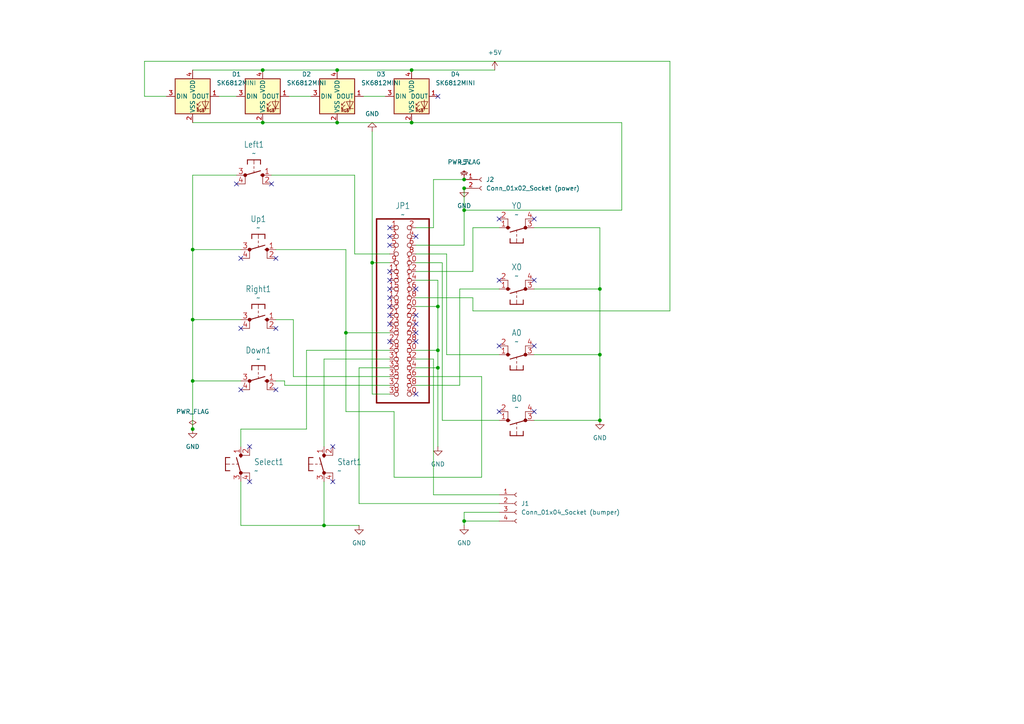
<source format=kicad_sch>
(kicad_sch (version 20250114) (generator "eeschema") (generator_version "9.0")
  (paper "A4")
  (lib_symbols
    (symbol "Connector:Conn_01x02_Socket" (pin_names (offset 1.016) (hide yes))
      (property "Reference" "J" (at 0 2.54 0))
      (property "Value" "Conn_01x02_Socket" (at 0 -5.08 0))
      (symbol "Conn_01x02_Socket_1_1"
        (polyline (pts (xy -1.27 0) (xy -0.508 0)) (stroke (width 0.1524)))
        (polyline (pts (xy -1.27 -2.54) (xy -0.508 -2.54)) (stroke (width 0.1524)))
        (arc (start 0 -0.508) (mid -0.5058 0) (end 0 0.508) (stroke (width 0.1524)))
        (arc (start 0 -3.048) (mid -0.5058 -2.54) (end 0 -2.032) (stroke (width 0.1524)))
        (pin passive line (at -5.08 0 0) (length 3.81) (name "Pin_1") (number "1"))
        (pin passive line (at -5.08 -2.54 0) (length 3.81) (name "Pin_2") (number "2"))
      )
    )
    (symbol "Connector:Conn_01x04_Socket" (pin_names (offset 1.016) (hide yes))
      (property "Reference" "J" (at 0 5.08 0))
      (property "Value" "Conn_01x04_Socket" (at 0 -7.62 0))
      (symbol "Conn_01x04_Socket_1_1"
        (polyline (pts (xy -1.27 2.54) (xy -0.508 2.54)) (stroke (width 0.1524)))
        (polyline (pts (xy -1.27 0) (xy -0.508 0)) (stroke (width 0.1524)))
        (polyline (pts (xy -1.27 -2.54) (xy -0.508 -2.54)) (stroke (width 0.1524)))
        (polyline (pts (xy -1.27 -5.08) (xy -0.508 -5.08)) (stroke (width 0.1524)))
        (arc (start 0 2.032) (mid -0.5058 2.54) (end 0 3.048) (stroke (width 0.1524)))
        (arc (start 0 -0.508) (mid -0.5058 0) (end 0 0.508) (stroke (width 0.1524)))
        (arc (start 0 -3.048) (mid -0.5058 -2.54) (end 0 -2.032) (stroke (width 0.1524)))
        (arc (start 0 -5.588) (mid -0.5058 -5.08) (end 0 -4.572) (stroke (width 0.1524)))
        (pin passive line (at -5.08 2.54 0) (length 3.81) (name "Pin_1") (number "1"))
        (pin passive line (at -5.08 0 0) (length 3.81) (name "Pin_2") (number "2"))
        (pin passive line (at -5.08 -2.54 0) (length 3.81) (name "Pin_3") (number "3"))
        (pin passive line (at -5.08 -5.08 0) (length 3.81) (name "Pin_4") (number "4"))
      )
    )
    (symbol "LED:SK6812MINI" (pin_names (offset 0.254))
      (property "Reference" "D" (at 5.08 5.715 0))
      (property "Value" "SK6812MINI" (at 1.27 -5.715 0))
      (symbol "SK6812MINI_0_0"
        (text "RGB" (at 2.286 -4.191 0) (effects (font (size 0.762 0.762))))
      )
      (symbol "SK6812MINI_0_1"
        (polyline (pts (xy 1.27 -2.54) (xy 1.778 -2.54)))
        (polyline (pts (xy 1.27 -3.556) (xy 1.778 -3.556)))
        (polyline (pts (xy 2.286 -1.524) (xy 1.27 -2.54) (xy 1.27 -2.032)))
        (polyline (pts (xy 2.286 -2.54) (xy 1.27 -3.556) (xy 1.27 -3.048)))
        (polyline (pts (xy 3.683 -1.016) (xy 3.683 -3.556) (xy 3.683 -4.064)))
        (polyline (pts (xy 4.699 -1.524) (xy 2.667 -1.524) (xy 3.683 -3.556) (xy 4.699 -1.524)))
        (polyline (pts (xy 4.699 -3.556) (xy 2.667 -3.556)))
        (rectangle (start 5.08 5.08) (end -5.08 -5.08) (stroke (width 0.254)) (fill (type background)))
      )
      (symbol "SK6812MINI_1_1"
        (pin input line (at -7.62 0 0) (length 2.54) (name "DIN") (number "3"))
        (pin power_in line (at 0 7.62 270) (length 2.54) (name "VDD") (number "4"))
        (pin power_in line (at 0 -7.62 90) (length 2.54) (name "VSS") (number "2"))
        (pin output line (at 7.62 0 180) (length 2.54) (name "DOUT") (number "1"))
      )
    )
    (symbol "PiGRRL-ButtonPCB-eagle-import:10-XX"
      (property "Reference" "S" (at -6.35 -2.54 90))
      (symbol "10-XX_1_0"
        (polyline (pts (xy -4.445 1.905) (xy -4.445 0)) (stroke (width 0.254)))
        (polyline (pts (xy -4.445 1.905) (xy -3.175 1.905)) (stroke (width 0.254)))
        (polyline (pts (xy -4.445 0) (xy -4.445 -1.905)) (stroke (width 0.254)))
        (polyline (pts (xy -4.445 0) (xy -3.175 0)) (stroke (width 0.1524)))
        (polyline (pts (xy -4.445 -1.905) (xy -3.175 -1.905)) (stroke (width 0.254)))
        (polyline (pts (xy -2.54 0) (xy -1.905 0)) (stroke (width 0.1524)))
        (polyline (pts (xy -1.27 0) (xy -0.635 0)) (stroke (width 0.1524)))
        (circle (center 0 2.54) (radius 0.127) (stroke (width 0.4064)))
        (polyline (pts (xy 0 1.905) (xy 0 2.54)) (stroke (width 0.254)))
        (polyline (pts (xy 0 -2.54) (xy -1.27 1.905)) (stroke (width 0.254)))
        (circle (center 0 -2.54) (radius 0.127) (stroke (width 0.4064)))
        (polyline (pts (xy 2.54 2.54) (xy 0 2.54)) (stroke (width 0.1524)))
        (polyline (pts (xy 2.54 -2.54) (xy 0 -2.54)) (stroke (width 0.1524)))
        (pin passive line (at 0 5.08 270) (length 2.54) (name "S") (number "1"))
        (pin passive line (at 0 -5.08 90) (length 2.54) (name "P") (number "3"))
        (pin passive line (at 2.54 5.08 270) (length 2.54) (name "S1") (number "2"))
        (pin passive line (at 2.54 -5.08 90) (length 2.54) (name "P1") (number "4"))
      )
    )
    (symbol "PiGRRL-ButtonPCB-eagle-import:PINHD-2X20/90"
      (property "Reference" "JP" (at -6.35 26.035 0))
      (symbol "PINHD-2X20/90_1_0"
        (polyline (pts (xy -6.35 25.4) (xy -6.35 -27.94)) (stroke (width 0.4064)))
        (polyline (pts (xy -6.35 -27.94) (xy 8.89 -27.94)) (stroke (width 0.4064)))
        (polyline (pts (xy 8.89 25.4) (xy -6.35 25.4)) (stroke (width 0.4064)))
        (polyline (pts (xy 8.89 -27.94) (xy 8.89 25.4)) (stroke (width 0.4064)))
        (pin passive inverted (at -2.54 22.86 0) (length 2.54) (name "1") (number "1"))
        (pin passive inverted (at -2.54 20.32 0) (length 2.54) (name "3") (number "3"))
        (pin passive inverted (at -2.54 17.78 0) (length 2.54) (name "5") (number "5"))
        (pin passive inverted (at -2.54 15.24 0) (length 2.54) (name "7") (number "7"))
        (pin passive inverted (at -2.54 12.7 0) (length 2.54) (name "9") (number "9"))
        (pin passive inverted (at -2.54 10.16 0) (length 2.54) (name "11") (number "11"))
        (pin passive inverted (at -2.54 7.62 0) (length 2.54) (name "13") (number "13"))
        (pin passive inverted (at -2.54 5.08 0) (length 2.54) (name "15") (number "15"))
        (pin passive inverted (at -2.54 2.54 0) (length 2.54) (name "17") (number "17"))
        (pin passive inverted (at -2.54 0 0) (length 2.54) (name "19") (number "19"))
        (pin passive inverted (at -2.54 -2.54 0) (length 2.54) (name "21") (number "21"))
        (pin passive inverted (at -2.54 -5.08 0) (length 2.54) (name "23") (number "23"))
        (pin passive inverted (at -2.54 -7.62 0) (length 2.54) (name "25") (number "25"))
        (pin passive inverted (at -2.54 -10.16 0) (length 2.54) (name "27") (number "27"))
        (pin passive inverted (at -2.54 -12.7 0) (length 2.54) (name "29") (number "29"))
        (pin passive inverted (at -2.54 -15.24 0) (length 2.54) (name "31") (number "31"))
        (pin passive inverted (at -2.54 -17.78 0) (length 2.54) (name "33") (number "33"))
        (pin passive inverted (at -2.54 -20.32 0) (length 2.54) (name "35") (number "35"))
        (pin passive inverted (at -2.54 -22.86 0) (length 2.54) (name "37") (number "37"))
        (pin passive inverted (at -2.54 -25.4 0) (length 2.54) (name "39") (number "39"))
        (pin passive inverted (at 5.08 22.86 180) (length 2.54) (name "2") (number "2"))
        (pin passive inverted (at 5.08 20.32 180) (length 2.54) (name "4") (number "4"))
        (pin passive inverted (at 5.08 17.78 180) (length 2.54) (name "6") (number "6"))
        (pin passive inverted (at 5.08 15.24 180) (length 2.54) (name "8") (number "8"))
        (pin passive inverted (at 5.08 12.7 180) (length 2.54) (name "10") (number "10"))
        (pin passive inverted (at 5.08 10.16 180) (length 2.54) (name "12") (number "12"))
        (pin passive inverted (at 5.08 7.62 180) (length 2.54) (name "14") (number "14"))
        (pin passive inverted (at 5.08 5.08 180) (length 2.54) (name "16") (number "16"))
        (pin passive inverted (at 5.08 2.54 180) (length 2.54) (name "18") (number "18"))
        (pin passive inverted (at 5.08 0 180) (length 2.54) (name "20") (number "20"))
        (pin passive inverted (at 5.08 -2.54 180) (length 2.54) (name "22") (number "22"))
        (pin passive inverted (at 5.08 -5.08 180) (length 2.54) (name "24") (number "24"))
        (pin passive inverted (at 5.08 -7.62 180) (length 2.54) (name "26") (number "26"))
        (pin passive inverted (at 5.08 -10.16 180) (length 2.54) (name "28") (number "28"))
        (pin passive inverted (at 5.08 -12.7 180) (length 2.54) (name "30") (number "30"))
        (pin passive inverted (at 5.08 -15.24 180) (length 2.54) (name "32") (number "32"))
        (pin passive inverted (at 5.08 -17.78 180) (length 2.54) (name "34") (number "34"))
        (pin passive inverted (at 5.08 -20.32 180) (length 2.54) (name "36") (number "36"))
        (pin passive inverted (at 5.08 -22.86 180) (length 2.54) (name "38") (number "38"))
        (pin passive inverted (at 5.08 -25.4 180) (length 2.54) (name "40") (number "40"))
      )
    )
    (symbol "power:+5V" (power) (pin_numbers (hide yes)) (pin_names (offset 0) (hide yes))
      (property "Value" "+5V" (at 0 3.556 0))
      (symbol "+5V_0_1"
        (polyline (pts (xy -0.762 1.27) (xy 0 2.54)))
        (polyline (pts (xy 0 2.54) (xy 0.762 1.27)))
        (polyline (pts (xy 0 0) (xy 0 2.54)))
      )
      (symbol "+5V_1_1"
        (pin power_in line (at 0 0 90) (length 0) (name "~") (number "1"))
      )
    )
    (symbol "power:GND" (power) (pin_numbers (hide yes)) (pin_names (offset 0) (hide yes))
      (property "Value" "GND" (at 0 -3.81 0))
      (symbol "GND_0_1"
        (polyline (pts (xy 0 0) (xy 0 -1.27) (xy 1.27 -1.27) (xy 0 -2.54) (xy -1.27 -1.27) (xy 0 -1.27)))
      )
      (symbol "GND_1_1"
        (pin power_in line (at 0 0 270) (length 0) (name "~") (number "1"))
      )
    )
    (symbol "power:PWR_FLAG" (power) (pin_numbers (hide yes)) (pin_names (offset 0) (hide yes))
      (property "Value" "PWR_FLAG" (at 0 3.81 0))
      (symbol "PWR_FLAG_0_0"
        (pin power_out line (at 0 0 90) (length 0) (name "~") (number "1"))
      )
      (symbol "PWR_FLAG_0_1"
        (polyline (pts (xy 0 0) (xy 0 1.27) (xy -1.016 1.905) (xy 0 2.54) (xy 1.016 1.905) (xy 0 1.27)))
      )
    )
  )
  (junction (at 127 88.9))
  (junction (at 173.99 121.92))
  (junction (at 173.99 83.82))
  (junction (at 127 106.68))
  (junction (at 100.33 96.52))
  (junction (at 134.62 60.96))
  (junction (at 173.99 102.87))
  (junction (at 55.88 110.49))
  (junction (at 127 101.6))
  (junction (at 134.62 54.61))
  (junction (at 76.2 20.32))
  (junction (at 119.38 35.56))
  (junction (at 134.62 52.07))
  (junction (at 134.62 151.13))
  (junction (at 107.95 76.2))
  (junction (at 55.88 92.71))
  (junction (at 97.79 35.56))
  (junction (at 97.79 20.32))
  (junction (at 55.88 72.39))
  (junction (at 93.98 152.4))
  (junction (at 55.88 124.46))
  (junction (at 119.38 20.32))
  (junction (at 76.2 35.56))
  (no_connect (at 144.78 100.33))
  (no_connect (at 113.03 83.82))
  (no_connect (at 127 27.94))
  (no_connect (at 120.65 91.44))
  (no_connect (at 113.03 81.28))
  (no_connect (at 72.39 139.7))
  (no_connect (at 144.78 63.5))
  (no_connect (at 144.78 81.28))
  (no_connect (at 113.03 99.06))
  (no_connect (at 120.65 114.3))
  (no_connect (at 154.94 100.33))
  (no_connect (at 72.39 129.54))
  (no_connect (at 120.65 93.98))
  (no_connect (at 113.03 68.58))
  (no_connect (at 154.94 63.5))
  (no_connect (at 113.03 88.9))
  (no_connect (at 120.65 96.52))
  (no_connect (at 113.03 91.44))
  (no_connect (at 113.03 71.12))
  (no_connect (at 120.65 99.06))
  (no_connect (at 113.03 66.04))
  (no_connect (at 80.01 74.93))
  (no_connect (at 120.65 83.82))
  (no_connect (at 69.85 113.03))
  (no_connect (at 144.78 119.38))
  (no_connect (at 69.85 95.25))
  (no_connect (at 69.85 74.93))
  (no_connect (at 113.03 78.74))
  (no_connect (at 78.74 53.34))
  (no_connect (at 68.58 53.34))
  (no_connect (at 154.94 119.38))
  (no_connect (at 120.65 68.58))
  (no_connect (at 80.01 113.03))
  (no_connect (at 96.52 129.54))
  (no_connect (at 113.03 86.36))
  (no_connect (at 154.94 81.28))
  (no_connect (at 113.03 93.98))
  (no_connect (at 80.01 95.25))
  (no_connect (at 96.52 139.7))
  (wire (pts (xy 69.85 124.46) (xy 69.85 129.54)))
  (wire (pts (xy 55.88 92.71) (xy 55.88 72.39)))
  (wire (pts (xy 63.5 27.94) (xy 68.58 27.94)))
  (wire (pts (xy 113.03 111.76) (xy 82.55 111.76)))
  (wire (pts (xy 120.65 71.12) (xy 134.62 71.12)))
  (wire (pts (xy 127 81.28) (xy 120.65 81.28)))
  (wire (pts (xy 173.99 83.82) (xy 173.99 102.87)))
  (wire (pts (xy 69.85 92.71) (xy 55.88 92.71)))
  (wire (pts (xy 120.65 78.74) (xy 137.16 78.74)))
  (wire (pts (xy 41.91 27.94) (xy 48.26 27.94)))
  (wire (pts (xy 69.85 152.4) (xy 69.85 139.7)))
  (wire (pts (xy 129.54 102.87) (xy 129.54 73.66)))
  (wire (pts (xy 114.3 138.43) (xy 114.3 119.38)))
  (wire (pts (xy 194.31 17.78) (xy 41.91 17.78)))
  (wire (pts (xy 134.62 54.61) (xy 134.62 60.96)))
  (wire (pts (xy 107.95 38.1) (xy 107.95 76.2)))
  (wire (pts (xy 107.95 114.3) (xy 113.03 114.3)))
  (wire (pts (xy 154.94 121.92) (xy 173.99 121.92)))
  (wire (pts (xy 68.58 50.8) (xy 55.88 50.8)))
  (wire (pts (xy 88.9 101.6) (xy 88.9 124.46)))
  (wire (pts (xy 144.78 102.87) (xy 129.54 102.87)))
  (wire (pts (xy 134.62 151.13) (xy 134.62 152.4)))
  (wire (pts (xy 133.35 83.82) (xy 144.78 83.82)))
  (wire (pts (xy 137.16 78.74) (xy 137.16 66.04)))
  (wire (pts (xy 104.14 146.05) (xy 144.78 146.05)))
  (wire (pts (xy 85.09 92.71) (xy 85.09 109.22)))
  (wire (pts (xy 120.65 88.9) (xy 127 88.9)))
  (wire (pts (xy 88.9 124.46) (xy 69.85 124.46)))
  (wire (pts (xy 102.87 50.8) (xy 102.87 73.66)))
  (wire (pts (xy 93.98 139.7) (xy 93.98 152.4)))
  (wire (pts (xy 83.82 27.94) (xy 90.17 27.94)))
  (wire (pts (xy 82.55 111.76) (xy 82.55 110.49)))
  (wire (pts (xy 120.65 101.6) (xy 127 101.6)))
  (wire (pts (xy 120.65 111.76) (xy 133.35 111.76)))
  (wire (pts (xy 134.62 151.13) (xy 144.78 151.13)))
  (wire (pts (xy 113.03 106.68) (xy 104.14 106.68)))
  (wire (pts (xy 105.41 27.94) (xy 111.76 27.94)))
  (wire (pts (xy 120.65 106.68) (xy 127 106.68)))
  (wire (pts (xy 120.65 66.04) (xy 125.73 66.04)))
  (wire (pts (xy 128.27 121.92) (xy 144.78 121.92)))
  (wire (pts (xy 180.34 35.56) (xy 180.34 60.96)))
  (wire (pts (xy 173.99 66.04) (xy 173.99 83.82)))
  (wire (pts (xy 120.65 76.2) (xy 128.27 76.2)))
  (wire (pts (xy 55.88 35.56) (xy 76.2 35.56)))
  (wire (pts (xy 104.14 106.68) (xy 104.14 146.05)))
  (wire (pts (xy 127 106.68) (xy 127 129.54)))
  (wire (pts (xy 113.03 104.14) (xy 93.98 104.14)))
  (wire (pts (xy 139.7 109.22) (xy 139.7 138.43)))
  (wire (pts (xy 113.03 101.6) (xy 88.9 101.6)))
  (wire (pts (xy 154.94 83.82) (xy 173.99 83.82)))
  (wire (pts (xy 107.95 76.2) (xy 107.95 114.3)))
  (wire (pts (xy 55.88 72.39) (xy 55.88 50.8)))
  (wire (pts (xy 173.99 102.87) (xy 173.99 121.92)))
  (wire (pts (xy 120.65 109.22) (xy 139.7 109.22)))
  (wire (pts (xy 134.62 148.59) (xy 134.62 151.13)))
  (wire (pts (xy 100.33 96.52) (xy 113.03 96.52)))
  (wire (pts (xy 133.35 111.76) (xy 133.35 83.82)))
  (wire (pts (xy 154.94 66.04) (xy 173.99 66.04)))
  (wire (pts (xy 125.73 52.07) (xy 125.73 66.04)))
  (wire (pts (xy 134.62 52.07) (xy 125.73 52.07)))
  (wire (pts (xy 114.3 119.38) (xy 100.33 119.38)))
  (wire (pts (xy 113.03 109.22) (xy 85.09 109.22)))
  (wire (pts (xy 129.54 73.66) (xy 120.65 73.66)))
  (wire (pts (xy 137.16 86.36) (xy 137.16 90.17)))
  (wire (pts (xy 69.85 72.39) (xy 55.88 72.39)))
  (wire (pts (xy 97.79 35.56) (xy 119.38 35.56)))
  (wire (pts (xy 82.55 110.49) (xy 80.01 110.49)))
  (wire (pts (xy 102.87 73.66) (xy 113.03 73.66)))
  (wire (pts (xy 107.95 76.2) (xy 113.03 76.2)))
  (wire (pts (xy 127 101.6) (xy 127 88.9)))
  (wire (pts (xy 119.38 35.56) (xy 180.34 35.56)))
  (wire (pts (xy 104.14 152.4) (xy 93.98 152.4)))
  (wire (pts (xy 78.74 50.8) (xy 102.87 50.8)))
  (wire (pts (xy 119.38 20.32) (xy 143.51 20.32)))
  (wire (pts (xy 100.33 119.38) (xy 100.33 96.52)))
  (wire (pts (xy 125.73 143.51) (xy 144.78 143.51)))
  (wire (pts (xy 97.79 20.32) (xy 119.38 20.32)))
  (wire (pts (xy 76.2 20.32) (xy 97.79 20.32)))
  (wire (pts (xy 55.88 124.46) (xy 55.88 110.49)))
  (wire (pts (xy 93.98 104.14) (xy 93.98 129.54)))
  (wire (pts (xy 154.94 102.87) (xy 173.99 102.87)))
  (wire (pts (xy 125.73 104.14) (xy 125.73 143.51)))
  (wire (pts (xy 93.98 152.4) (xy 69.85 152.4)))
  (wire (pts (xy 76.2 35.56) (xy 97.79 35.56)))
  (wire (pts (xy 120.65 86.36) (xy 137.16 86.36)))
  (wire (pts (xy 55.88 110.49) (xy 55.88 92.71)))
  (wire (pts (xy 114.3 138.43) (xy 139.7 138.43)))
  (wire (pts (xy 128.27 76.2) (xy 128.27 121.92)))
  (wire (pts (xy 41.91 17.78) (xy 41.91 27.94)))
  (wire (pts (xy 134.62 60.96) (xy 134.62 71.12)))
  (wire (pts (xy 80.01 92.71) (xy 85.09 92.71)))
  (wire (pts (xy 127 101.6) (xy 127 106.68)))
  (wire (pts (xy 137.16 90.17) (xy 194.31 90.17)))
  (wire (pts (xy 120.65 104.14) (xy 125.73 104.14)))
  (wire (pts (xy 55.88 20.32) (xy 76.2 20.32)))
  (wire (pts (xy 127 88.9) (xy 127 81.28)))
  (wire (pts (xy 100.33 72.39) (xy 80.01 72.39)))
  (wire (pts (xy 137.16 66.04) (xy 144.78 66.04)))
  (wire (pts (xy 144.78 148.59) (xy 134.62 148.59)))
  (wire (pts (xy 134.62 60.96) (xy 180.34 60.96)))
  (wire (pts (xy 69.85 110.49) (xy 55.88 110.49)))
  (wire (pts (xy 194.31 90.17) (xy 194.31 17.78)))
  (wire (pts (xy 100.33 96.52) (xy 100.33 72.39)))
  (symbol (lib_id "Connector:Conn_01x04_Socket") (at 149.86 146.05 0) (unit 1)
    (property "Reference" "J1" (at 151.13 146.0499 0) (effects (justify left)))
    (property "Value" "Conn_01x04_Socket (bumper)" (at 151.13 148.5899 0) (effects (justify left)))
    (property "Footprint" "components:1X04" (effects (hide yes)))
    (property "Description" "Generic connector, single row, 01x04, script generated" (effects (hide yes)))
  )
  (symbol (lib_id "PiGRRL-ButtonPCB-eagle-import:10-XX") (at 149.86 83.82 90) (unit 1)
    (property "Reference" "X0" (at 149.86 77.47 90) (effects (font (size 1.778 1.5113))))
    (property "Value" "~" (at 149.86 80.01 90) (effects (font (size 1.778 1.5113))))
    (property "Footprint" "components:B3F-10XX" (effects (hide yes)))
    (property "Description" "OMRON SWITCH" (effects (hide yes)))
  )
  (symbol (lib_id "LED:SK6812MINI") (at 76.2 27.94 0) (unit 1)
    (property "Reference" "D2" (at 88.9 21.5198 0))
    (property "Value" "SK6812MINI" (at 88.9 24.0598 0))
    (property "Footprint" "LED_SMD:LED_SK6812MINI_PLCC4_3.5x3.5mm_P1.75mm" (effects (hide yes)))
    (property "Datasheet" "https://cdn-shop.adafruit.com/product-files/2686/SK6812MINI_REV.01-1-2.pdf" (effects (hide yes)))
    (property "Description" "RGB LED with integrated controller" (effects (hide yes)))
  )
  (symbol (lib_id "power:GND") (at 55.88 124.46 0) (unit 1)
    (property "Reference" "#PWR01" (effects (hide yes)))
    (property "Value" "GND" (at 55.88 129.54 0))
    (property "Description" "Power symbol creates a global label with name \"GND\" , ground" (effects (hide yes)))
  )
  (symbol (lib_id "PiGRRL-ButtonPCB-eagle-import:10-XX") (at 74.93 72.39 270) (unit 1)
    (property "Reference" "Up1" (at 74.93 63.5 90) (effects (font (size 1.778 1.5113))))
    (property "Value" "~" (at 74.93 66.04 90) (effects (font (size 1.778 1.5113))))
    (property "Footprint" "components:B3F-10XX" (effects (hide yes)))
    (property "Description" "OMRON SWITCH" (effects (hide yes)))
  )
  (symbol (lib_id "PiGRRL-ButtonPCB-eagle-import:10-XX") (at 74.93 92.71 270) (unit 1)
    (property "Reference" "Right1" (at 74.93 83.82 90) (effects (font (size 1.778 1.5113))))
    (property "Value" "~" (at 74.93 86.36 90) (effects (font (size 1.778 1.5113))))
    (property "Footprint" "components:B3F-10XX" (effects (hide yes)))
    (property "Description" "OMRON SWITCH" (effects (hide yes)))
  )
  (symbol (lib_id "PiGRRL-ButtonPCB-eagle-import:PINHD-2X20/90") (at 115.57 88.9 0) (unit 1)
    (property "Reference" "JP1" (at 116.84 59.69 0) (effects (font (size 1.778 1.5113))))
    (property "Value" "~" (at 116.84 62.23 0) (effects (font (size 1.778 1.5113))))
    (property "Footprint" "components:2X20" (effects (hide yes)))
    (property "Description" "PIN HEADER" (effects (hide yes)))
  )
  (symbol (lib_id "PiGRRL-ButtonPCB-eagle-import:10-XX") (at 74.93 110.49 270) (unit 1)
    (property "Reference" "Down1" (at 74.93 101.6 90) (effects (font (size 1.778 1.5113))))
    (property "Value" "~" (at 74.93 104.14 90) (effects (font (size 1.778 1.5113))))
    (property "Footprint" "components:B3F-10XX" (effects (hide yes)))
    (property "Description" "OMRON SWITCH" (effects (hide yes)))
  )
  (symbol (lib_id "LED:SK6812MINI") (at 55.88 27.94 0) (unit 1)
    (property "Reference" "D1" (at 68.58 21.5198 0))
    (property "Value" "SK6812MINI" (at 68.58 24.0598 0))
    (property "Footprint" "LED_SMD:LED_SK6812MINI_PLCC4_3.5x3.5mm_P1.75mm" (effects (hide yes)))
    (property "Datasheet" "https://cdn-shop.adafruit.com/product-files/2686/SK6812MINI_REV.01-1-2.pdf" (effects (hide yes)))
    (property "Description" "RGB LED with integrated controller" (effects (hide yes)))
  )
  (symbol (lib_id "power:PWR_FLAG") (at 55.88 124.46 0) (unit 1)
    (property "Reference" "#FLG01" (effects (hide yes)))
    (property "Value" "PWR_FLAG" (at 55.88 119.38 0))
    (property "Description" "Special symbol for telling ERC where power comes from" (effects (hide yes)))
  )
  (symbol (lib_id "Connector:Conn_01x02_Socket") (at 139.7 52.07 0) (unit 1)
    (property "Reference" "J2" (at 140.97 52.0699 0) (effects (justify left)))
    (property "Value" "Conn_01x02_Socket (power)" (at 140.97 54.6099 0) (effects (justify left)))
    (property "Footprint" "components:1X02" (effects (hide yes)))
    (property "Description" "Generic connector, single row, 01x02, script generated" (effects (hide yes)))
  )
  (symbol (lib_id "power:+5V") (at 134.62 52.07 0) (unit 1)
    (property "Reference" "#PWR07" (effects (hide yes)))
    (property "Value" "+5V" (at 134.62 46.99 0))
    (property "Description" "Power symbol creates a global label with name \"+5V\"" (effects (hide yes)))
  )
  (symbol (lib_id "PiGRRL-ButtonPCB-eagle-import:10-XX") (at 93.98 134.62 0) (unit 1)
    (property "Reference" "Start1" (at 97.79 133.985 0) (effects (font (size 1.778 1.5113)) (justify left)))
    (property "Value" "~" (at 97.79 136.525 0) (effects (font (size 1.778 1.5113)) (justify left)))
    (property "Footprint" "components:B3F-10XX" (effects (hide yes)))
    (property "Description" "OMRON SWITCH" (effects (hide yes)))
  )
  (symbol (lib_id "PiGRRL-ButtonPCB-eagle-import:10-XX") (at 149.86 121.92 90) (unit 1)
    (property "Reference" "B0" (at 149.86 115.57 90) (effects (font (size 1.778 1.5113))))
    (property "Value" "~" (at 149.86 118.11 90) (effects (font (size 1.778 1.5113))))
    (property "Footprint" "components:B3F-10XX" (effects (hide yes)))
    (property "Description" "OMRON SWITCH" (effects (hide yes)))
  )
  (symbol (lib_id "power:GND") (at 173.99 121.92 0) (unit 1)
    (property "Reference" "#PWR02" (effects (hide yes)))
    (property "Value" "GND" (at 173.99 127 0))
    (property "Description" "Power symbol creates a global label with name \"GND\" , ground" (effects (hide yes)))
  )
  (symbol (lib_id "PiGRRL-ButtonPCB-eagle-import:10-XX") (at 149.86 66.04 90) (unit 1)
    (property "Reference" "Y0" (at 149.86 59.69 90) (effects (font (size 1.778 1.5113))))
    (property "Value" "~" (at 149.86 62.23 90) (effects (font (size 1.778 1.5113))))
    (property "Footprint" "components:B3F-10XX" (effects (hide yes)))
    (property "Description" "OMRON SWITCH" (effects (hide yes)))
  )
  (symbol (lib_id "power:GND") (at 127 129.54 0) (unit 1)
    (property "Reference" "#PWR05" (effects (hide yes)))
    (property "Value" "GND" (at 127 134.62 0))
    (property "Description" "Power symbol creates a global label with name \"GND\" , ground" (effects (hide yes)))
  )
  (symbol (lib_id "power:GND") (at 104.14 152.4 0) (unit 1)
    (property "Reference" "#PWR03" (effects (hide yes)))
    (property "Value" "GND" (at 104.14 157.48 0))
    (property "Description" "Power symbol creates a global label with name \"GND\" , ground" (effects (hide yes)))
  )
  (symbol (lib_id "power:GND") (at 134.62 54.61 0) (unit 1)
    (property "Reference" "#PWR08" (effects (hide yes)))
    (property "Value" "GND" (at 134.62 59.69 0))
    (property "Description" "Power symbol creates a global label with name \"GND\" , ground" (effects (hide yes)))
  )
  (symbol (lib_id "power:PWR_FLAG") (at 134.62 52.07 0) (unit 1)
    (property "Reference" "#FLG04" (effects (hide yes)))
    (property "Value" "PWR_FLAG" (at 134.62 46.99 0))
    (property "Description" "Special symbol for telling ERC where power comes from" (effects (hide yes)))
  )
  (symbol (lib_id "power:GND") (at 107.95 38.1 180) (unit 1)
    (property "Reference" "#PWR06" (effects (hide yes)))
    (property "Value" "GND" (at 107.95 33.02 0))
    (property "Description" "Power symbol creates a global label with name \"GND\" , ground" (effects (hide yes)))
  )
  (symbol (lib_id "LED:SK6812MINI") (at 97.79 27.94 0) (unit 1)
    (property "Reference" "D3" (at 110.49 21.5198 0))
    (property "Value" "SK6812MINI" (at 110.49 24.0598 0))
    (property "Footprint" "LED_SMD:LED_SK6812MINI_PLCC4_3.5x3.5mm_P1.75mm" (effects (hide yes)))
    (property "Datasheet" "https://cdn-shop.adafruit.com/product-files/2686/SK6812MINI_REV.01-1-2.pdf" (effects (hide yes)))
    (property "Description" "RGB LED with integrated controller" (effects (hide yes)))
  )
  (symbol (lib_id "PiGRRL-ButtonPCB-eagle-import:10-XX") (at 69.85 134.62 0) (unit 1)
    (property "Reference" "Select1" (at 73.66 133.985 0) (effects (font (size 1.778 1.5113)) (justify left)))
    (property "Value" "~" (at 73.66 136.525 0) (effects (font (size 1.778 1.5113)) (justify left)))
    (property "Footprint" "components:B3F-10XX" (effects (hide yes)))
    (property "Description" "OMRON SWITCH" (effects (hide yes)))
  )
  (symbol (lib_id "LED:SK6812MINI") (at 119.38 27.94 0) (unit 1)
    (property "Reference" "D4" (at 132.08 21.5198 0))
    (property "Value" "SK6812MINI" (at 132.08 24.0598 0))
    (property "Footprint" "LED_SMD:LED_SK6812MINI_PLCC4_3.5x3.5mm_P1.75mm" (effects (hide yes)))
    (property "Datasheet" "https://cdn-shop.adafruit.com/product-files/2686/SK6812MINI_REV.01-1-2.pdf" (effects (hide yes)))
    (property "Description" "RGB LED with integrated controller" (effects (hide yes)))
  )
  (symbol (lib_id "power:+5V") (at 143.51 20.32 0) (unit 1)
    (property "Reference" "#PWR09" (effects (hide yes)))
    (property "Value" "+5V" (at 143.51 15.24 0))
    (property "Description" "Power symbol creates a global label with name \"+5V\"" (effects (hide yes)))
  )
  (symbol (lib_id "PiGRRL-ButtonPCB-eagle-import:10-XX") (at 149.86 102.87 90) (unit 1)
    (property "Reference" "A0" (at 149.86 96.52 90) (effects (font (size 1.778 1.5113))))
    (property "Value" "~" (at 149.86 99.06 90) (effects (font (size 1.778 1.5113))))
    (property "Footprint" "components:B3F-10XX" (effects (hide yes)))
    (property "Description" "OMRON SWITCH" (effects (hide yes)))
  )
  (symbol (lib_id "PiGRRL-ButtonPCB-eagle-import:10-XX") (at 73.66 50.8 270) (unit 1)
    (property "Reference" "Left1" (at 73.66 41.91 90) (effects (font (size 1.778 1.5113))))
    (property "Value" "~" (at 73.66 44.45 90) (effects (font (size 1.778 1.5113))))
    (property "Footprint" "components:B3F-10XX" (effects (hide yes)))
    (property "Description" "OMRON SWITCH" (effects (hide yes)))
  )
  (symbol (lib_id "power:GND") (at 134.62 152.4 0) (unit 1)
    (property "Reference" "#PWR04" (effects (hide yes)))
    (property "Value" "GND" (at 134.62 157.48 0))
    (property "Description" "Power symbol creates a global label with name \"GND\" , ground" (effects (hide yes)))
  )
)
</source>
